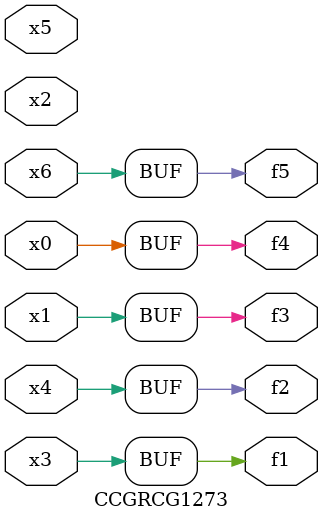
<source format=v>
module CCGRCG1273(
	input x0, x1, x2, x3, x4, x5, x6,
	output f1, f2, f3, f4, f5
);
	assign f1 = x3;
	assign f2 = x4;
	assign f3 = x1;
	assign f4 = x0;
	assign f5 = x6;
endmodule

</source>
